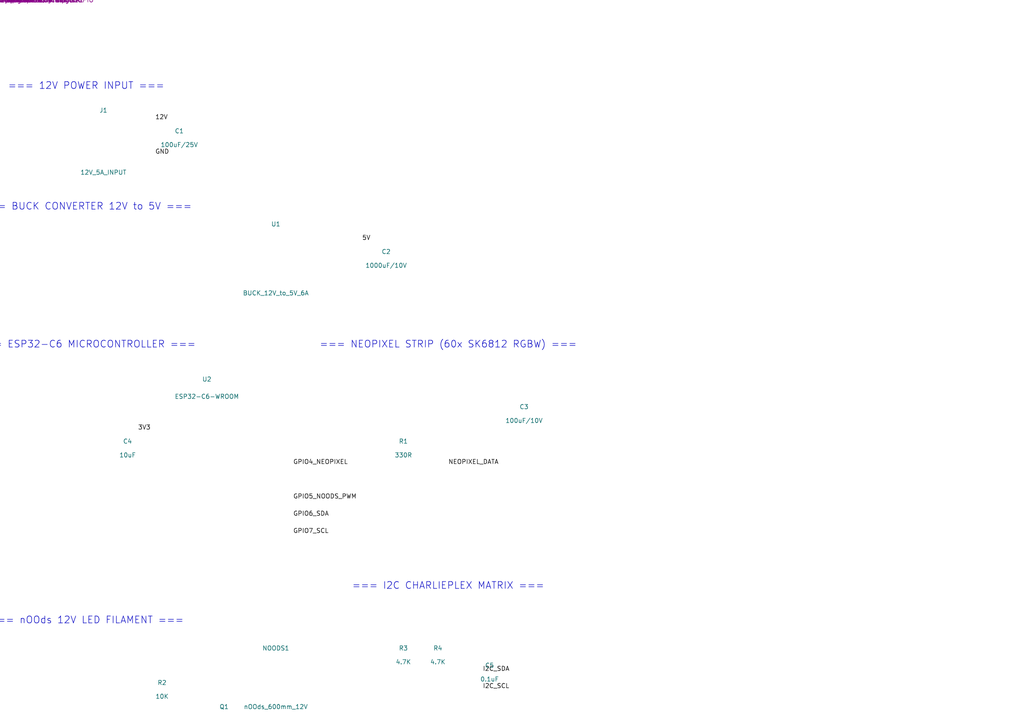
<source format=kicad_sch>
(kicad_sch
  (version 20230121)
  (generator "hand_coded")
  (uuid "a1b2c3d4-e5f6-7890-abcd-ef1234567890")
  (paper "A4")
  
  (title_block
    (title "ESP32-C6 LED Controller")
    (date "2024-12-24")
    (rev "1.0")
    (comment 1 "60x NeoPixels + Charlieplex Matrix + nOOds")
    (comment 2 "Power: 12V 5A input, 5V 6A buck converter")
  )

  (text "=== 12V POWER INPUT ===" (at 25 25 0) (effects (font (size 2 2))))
  
  (symbol
    (lib_id "Connector:Barrel_Jack_Switch")
    (at 30 40 0)
    (unit 1)
    (uuid "j1-barrel")
    (property "Reference" "J1" (at 30 32 0))
    (property "Value" "12V_5A_INPUT" (at 30 50 0))
  )

  (symbol
    (lib_id "Device:CP")
    (at 50 40 0)
    (unit 1)
    (uuid "c1-input")
    (property "Reference" "C1" (at 52 38 0))
    (property "Value" "100uF/25V" (at 52 42 0))
    (property "Description" "Input filter capacitor")
  )

  (text "=== BUCK CONVERTER 12V to 5V ===" (at 25 60 0) (effects (font (size 2 2))))
  
  (symbol
    (lib_id "Regulator_Switching:LM2596")
    (at 80 75 0)
    (unit 1)
    (uuid "u1-buck")
    (property "Reference" "U1" (at 80 65 0))
    (property "Value" "BUCK_12V_to_5V_6A" (at 80 85 0))
    (property "Description" "Use Pololu D24V60F5 or similar 5V 6A module")
  )

  (symbol
    (lib_id "Device:CP")
    (at 110 75 0)
    (unit 1)
    (uuid "c2-bulk")
    (property "Reference" "C2" (at 112 73 0))
    (property "Value" "1000uF/10V" (at 112 77 0))
    (property "Description" "Bulk capacitor for LED current spikes - CRITICAL")
  )

  (text "=== ESP32-C6 MICROCONTROLLER ===" (at 25 100 0) (effects (font (size 2 2))))
  
  (symbol
    (lib_id "MCU_Espressif:ESP32-C6")
    (at 60 140 0)
    (unit 1)
    (uuid "u2-esp32")
    (property "Reference" "U2" (at 60 110 0))
    (property "Value" "ESP32-C6-WROOM" (at 60 115 0))
  )

  (symbol
    (lib_id "Device:C")
    (at 35 130 0)
    (unit 1)
    (uuid "c4-mcu")
    (property "Reference" "C4" (at 37 128 0))
    (property "Value" "10uF" (at 37 132 0))
    (property "Description" "MCU decoupling capacitor near VIN")
  )

  (text "=== NEOPIXEL STRIP (60x SK6812 RGBW) ===" (at 130 100 0) (effects (font (size 2 2))))
  
  (symbol
    (lib_id "Device:R")
    (at 115 130 0)
    (unit 1)
    (uuid "r1-data")
    (property "Reference" "R1" (at 117 128 0))
    (property "Value" "330R" (at 117 132 0))
    (property "Description" "Data line resistor - prevents reflections, protects GPIO")
  )

  (symbol
    (lib_id "Device:CP")
    (at 150 120 0)
    (unit 1)
    (uuid "c3-neo")
    (property "Reference" "C3" (at 152 118 0))
    (property "Value" "100uF/10V" (at 152 122 0))
    (property "Description" "Local decoupling near NeoPixel strip input")
  )

  (symbol
    (lib_id "LED:SK6812")
    (at 170 140 0)
    (unit 1)
    (uuid "led1-neo")
    (property "Reference" "LED1-60" (at 170 130 0))
    (property "Value" "60x_SK6812_RGBW" (at 170 150 0))
  )

  (text "=== I2C CHARLIEPLEX MATRIX ===" (at 130 170 0) (effects (font (size 2 2))))

  (symbol
    (lib_id "Device:R")
    (at 115 190 0)
    (unit 1)
    (uuid "r3-sda")
    (property "Reference" "R3" (at 117 188 0))
    (property "Value" "4.7K" (at 117 192 0))
    (property "Description" "I2C SDA pull-up to 3.3V")
  )

  (symbol
    (lib_id "Device:R")
    (at 125 190 0)
    (unit 1)
    (uuid "r4-scl")
    (property "Reference" "R4" (at 127 188 0))
    (property "Value" "4.7K" (at 127 192 0))
    (property "Description" "I2C SCL pull-up to 3.3V")
  )

  (symbol
    (lib_id "Driver_LED:IS31FL3731")
    (at 160 200 0)
    (unit 1)
    (uuid "u3-charlie")
    (property "Reference" "U3" (at 160 180 0))
    (property "Value" "IS31FL3731" (at 160 185 0))
  )

  (symbol
    (lib_id "Device:C")
    (at 140 195 0)
    (unit 1)
    (uuid "c5-i2c")
    (property "Reference" "C5" (at 142 193 0))
    (property "Value" "0.1uF" (at 142 197 0))
    (property "Description" "High-frequency decoupling for I2C driver")
  )

  (symbol
    (lib_id "Display:LED_Matrix_9x16")
    (at 200 200 0)
    (unit 1)
    (uuid "disp1")
    (property "Reference" "DISP1" (at 200 185 0))
    (property "Value" "9x16_Charlieplex_Blue" (at 200 215 0))
  )

  (text "=== nOOds 12V LED FILAMENT ===" (at 25 180 0) (effects (font (size 2 2))))

  (symbol
    (lib_id "Device:R")
    (at 45 200 0)
    (unit 1)
    (uuid "r2-gate")
    (property "Reference" "R2" (at 47 198 0))
    (property "Value" "10K" (at 47 202 0))
    (property "Description" "MOSFET gate pull-down - ensures OFF at boot")
  )

  (symbol
    (lib_id "Transistor_FET:IRLZ44N")
    (at 60 210 0)
    (unit 1)
    (uuid "q1-mosfet")
    (property "Reference" "Q1" (at 65 205 0))
    (property "Value" "IRLZ44N" (at 65 215 0))
    (property "Description" "Logic-level N-MOSFET for 12V switching")
  )

  (symbol
    (lib_id "Device:LED")
    (at 80 195 0)
    (unit 1)
    (uuid "noods1")
    (property "Reference" "NOODS1" (at 80 188 0))
    (property "Value" "nOOds_600mm_12V" (at 80 205 0))
  )

  (label "12V" (at 45 35 0))
  (label "5V" (at 105 70 0))
  (label "3V3" (at 40 125 0))
  (label "GND" (at 45 45 0))
  (label "GPIO4_NEOPIXEL" (at 85 135 0))
  (label "GPIO5_NOODS_PWM" (at 85 145 0))
  (label "GPIO6_SDA" (at 85 150 0))
  (label "GPIO7_SCL" (at 85 155 0))
  (label "NEOPIXEL_DATA" (at 130 135 0))
  (label "I2C_SDA" (at 140 195 0))
  (label "I2C_SCL" (at 140 200 0))
)

</source>
